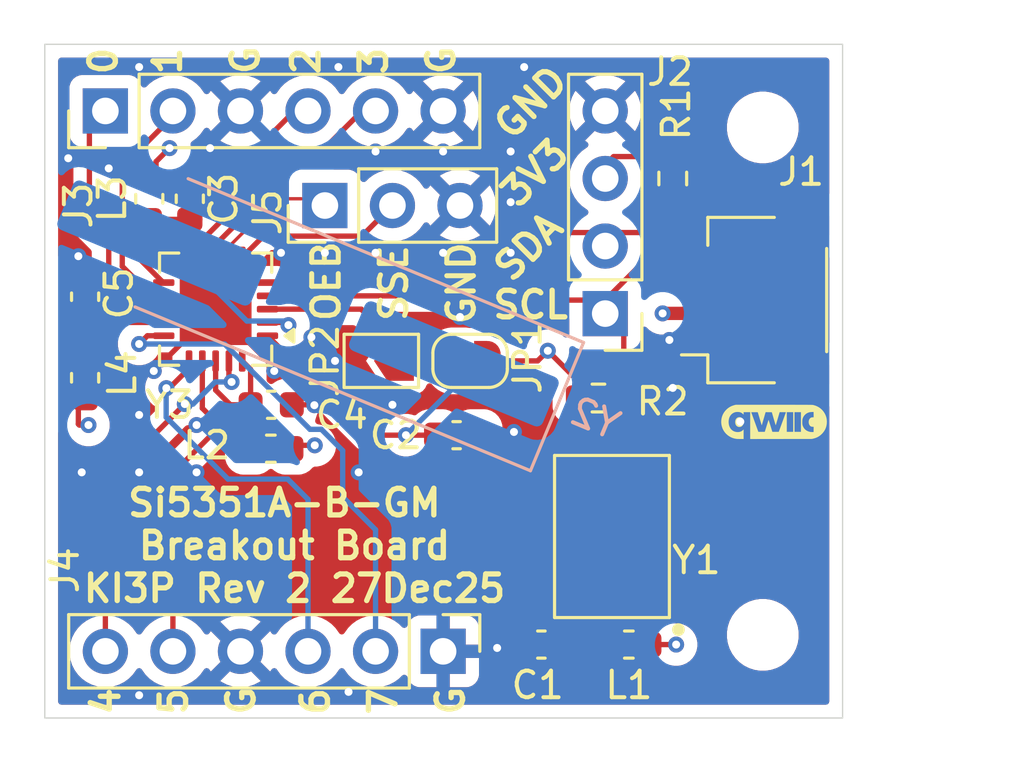
<source format=kicad_pcb>
(kicad_pcb (version 20241229) (generator "pcbnew") (generator_version "9.0")
  (layers (0 "F.Cu" signal) (4 "In1.Cu" signal) (6 "In2.Cu" signal) (2 "B.Cu" signal) (13 "F.Paste" user) (15 "B.Paste" user) (5 "F.SilkS" user "F.Silkscreen") (7 "B.SilkS" user "B.Silkscreen") (1 "F.Mask" user) (3 "B.Mask" user) (25 "Edge.Cuts" user))
  (net 0 "")
  (net 1 "Net-(Y1-VDD)")
  (net 2 "GND")
  (net 3 "Net-(Y3-XA)")
  (net 4 "Net-(Y1-OUT)")
  (net 5 "Net-(Y3-VDD)")
  (net 6 "+3V3")
  (net 7 "/SDA")
  (net 8 "/SCL")
  (net 9 "Net-(J5-Pin_2)")
  (net 10 "Net-(J5-Pin_1)")
  (net 11 "Net-(JP1-B)")
  (net 12 "Net-(Y3-XB)")
  (net 13 "Net-(Y3-VDDOA)")
  (net 14 "/CLK2")
  (net 15 "/CLK3")
  (net 16 "/1{slash}RX90")
  (net 17 "/0{slash}RX0")
  (net 18 "/6{slash}CW")
  (net 19 "/4{slash}TX90")
  (net 20 "/CLK7")
  (net 21 "Net-(Y3-VDDOD)")
  (net 22 "/5{slash}TX0")
  (footprint "Inductor_SMD:L_0603_1608Metric" (layer "F.Cu") (at 121.793 92.456 180)
    (property "Reference" "L2" (at 2.413 0.127 0) (layer "F.SilkS"))
    (property "Value" "FB")
    (pad "1" smd roundrect (at -0.787501 0 180) (size 0.875 0.95) (layers "F.Cu" "F.Mask" "F.Paste") (net 6 "+3V3"))
    (pad "2" smd roundrect (at 0.787501 0 180) (size 0.875 0.95) (layers "F.Cu" "F.Mask" "F.Paste") (net 5 "Net-(Y3-VDD)"))
  )
  (footprint "T41_Library:Oscillator_ECS_TXO53_S3" (layer "F.Cu") (at 134.62 95.758 90)
    (property "Reference" "Y1" (at -0.889 3.175 0) (layer "F.SilkS"))
    (property "Value" "ECS-TX053-S3")
    (pad "1" smd rect (at -2.25 1.3 90) (size 1 1) (layers "F.Cu" "F.Mask" "F.Paste") (net 2 "GND"))
    (pad "2" smd rect (at -0.600001 1.475 90) (size 0.6 0.65) (layers "F.Cu" "F.Mask" "F.Paste"))
    (pad "3" smd rect (at 0.600001 1.475 90) (size 0.6 0.65) (layers "F.Cu" "F.Mask" "F.Paste"))
    (pad "4" smd rect (at 2.25 1.3 90) (size 1 1) (layers "F.Cu" "F.Mask" "F.Paste") (net 2 "GND"))
    (pad "5" smd rect (at 2.25 0 90) (size 1 0.6) (layers "F.Cu" "F.Mask" "F.Paste"))
    (pad "6" smd rect (at 2.25 -1.3 90) (size 1 1) (layers "F.Cu" "F.Mask" "F.Paste") (net 4 "Net-(Y1-OUT)"))
    (pad "7" smd rect (at 0.600001 -1.475 90) (size 0.6 0.65) (layers "F.Cu" "F.Mask" "F.Paste"))
    (pad "8" smd rect (at -0.600001 -1.475 90) (size 0.6 0.65) (layers "F.Cu" "F.Mask" "F.Paste"))
    (pad "9" smd rect (at -2.25 -1.3 90) (size 1 1) (layers "F.Cu" "F.Mask" "F.Paste") (net 1 "Net-(Y1-VDD)"))
    (pad "10" smd rect (at -2.25 0 90) (size 1 0.6) (layers "F.Cu" "F.Mask" "F.Paste"))
  )
  (footprint "Jumper:SolderJumper-2_P1.3mm_Open_TrianglePad1.0x1.5mm" (layer "F.Cu") (at 125.946999 89.154 180)
    (property "Reference" "JP2" (at 2.121999 0 270) (layer "F.SilkS"))
    (property "Value" "SolderJumper_2_Open")
    (pad "1" smd custom (at -0.724999 0 180) (size 0.3 0.3) (layers "F.Cu" "F.Mask") (net 11 "Net-(JP1-B)") (options (clearance outline) (anchor rect)) (primitives (gr_poly (pts (xy 1 0) (xy 0.5 0.75) (xy -0.5 0.75) (xy -0.5 -0.75) (xy 0.5 -0.75)) (width 0) (fill yes))))
    (pad "2" smd custom (at 0.724999 0 180) (size 0.3 0.3) (layers "F.Cu" "F.Mask") (net 2 "GND") (options (clearance outline) (anchor rect)) (primitives (gr_poly (pts (xy 0.5 0.75) (xy -0.65 0.75) (xy -0.15 0) (xy -0.65 -0.75) (xy 0.5 -0.75)) (width 0) (fill yes))))
  )
  (footprint "Capacitor_SMD:C_0603_1608Metric" (layer "F.Cu") (at 121.806 90.805)
    (property "Reference" "C4" (at 2.654 0.381 0) (layer "F.SilkS"))
    (property "Value" "0.1uF 50V")
    (pad "1" smd roundrect (at -0.775 0) (size 0.9 0.95) (layers "F.Cu" "F.Mask" "F.Paste") (net 5 "Net-(Y3-VDD)"))
    (pad "2" smd roundrect (at 0.775 0) (size 0.9 0.95) (layers "F.Cu" "F.Mask" "F.Paste") (net 2 "GND"))
  )
  (footprint "Package_DFN_QFN:QFN-20-1EP_4x4mm_P0.5mm_EP2.7x2.7mm" (layer "F.Cu") (at 119.716 87.209 180)
    (property "Reference" "Y3" (at 1.733 -3.596 0) (layer "F.SilkS"))
    (property "Value" "Si5351A-B-GM")
    (pad "1" smd roundrect (at -1.95 -1 180) (size 0.8 0.25) (layers "F.Cu" "F.Mask" "F.Paste") (net 3 "Net-(Y3-XA)"))
    (pad "2" smd roundrect (at -1.95 -0.5 180) (size 0.8 0.25) (layers "F.Cu" "F.Mask" "F.Paste") (net 12 "Net-(Y3-XB)"))
    (pad "3" smd roundrect (at -1.95 0 180) (size 0.8 0.25) (layers "F.Cu" "F.Mask" "F.Paste") (net 11 "Net-(JP1-B)"))
    (pad "4" smd roundrect (at -1.95 0.5 180) (size 0.8 0.25) (layers "F.Cu" "F.Mask" "F.Paste") (net 8 "/SCL"))
    (pad "5" smd roundrect (at -1.95 1 180) (size 0.8 0.25) (layers "F.Cu" "F.Mask" "F.Paste") (net 7 "/SDA"))
    (pad "6" smd roundrect (at -1 1.95 180) (size 0.25 0.8) (layers "F.Cu" "F.Mask" "F.Paste") (net 9 "Net-(J5-Pin_2)"))
    (pad "7" smd roundrect (at -0.5 1.95 180) (size 0.25 0.8) (layers "F.Cu" "F.Mask" "F.Paste") (net 10 "Net-(J5-Pin_1)"))
    (pad "8" smd roundrect (at 0 1.95 180) (size 0.25 0.8) (layers "F.Cu" "F.Mask" "F.Paste") (net 15 "/CLK3"))
    (pad "9" smd roundrect (at 0.5 1.95 180) (size 0.25 0.8) (layers "F.Cu" "F.Mask" "F.Paste") (net 14 "/CLK2"))
    (pad "10" smd roundrect (at 1 1.95 180) (size 0.25 0.8) (layers "F.Cu" "F.Mask" "F.Paste") (net 13 "Net-(Y3-VDDOA)"))
    (pad "11" smd roundrect (at 1.95 1 180) (size 0.8 0.25) (layers "F.Cu" "F.Mask" "F.Paste") (net 13 "Net-(Y3-VDDOA)"))
    (pad "12" smd roundrect (at 1.95 0.5 180) (size 0.8 0.25) (layers "F.Cu" "F.Mask" "F.Paste") (net 16 "/1{slash}RX90"))
    (pad "13" smd roundrect (at 1.95 0 180) (size 0.8 0.25) (layers "F.Cu" "F.Mask" "F.Paste") (net 17 "/0{slash}RX0"))
    (pad "14" smd roundrect (at 1.95 -0.5 180) (size 0.8 0.25) (layers "F.Cu" "F.Mask" "F.Paste") (net 21 "Net-(Y3-VDDOD)"))
    (pad "15" smd roundrect (at 1.95 -1 180) (size 0.8 0.25) (layers "F.Cu" "F.Mask" "F.Paste") (net 20 "/CLK7"))
    (pad "16" smd roundrect (at 1 -1.95 180) (size 0.25 0.8) (layers "F.Cu" "F.Mask" "F.Paste") (net 18 "/6{slash}CW"))
    (pad "17" smd roundrect (at 0.5 -1.95 180) (size 0.25 0.8) (layers "F.Cu" "F.Mask" "F.Paste") (net 22 "/5{slash}TX0"))
    (pad "18" smd roundrect (at 0 -1.95 180) (size 0.25 0.8) (layers "F.Cu" "F.Mask" "F.Paste") (net 5 "Net-(Y3-VDD)"))
    (pad "19" smd roundrect (at -0.5 -1.95 180) (size 0.25 0.8) (layers "F.Cu" "F.Mask" "F.Paste") (net 19 "/4{slash}TX90"))
    (pad "20" smd roundrect (at -1 -1.95 180) (size 0.25 0.8) (layers "F.Cu" "F.Mask" "F.Paste") (net 5 "Net-(Y3-VDD)"))
    (pad "21" smd rect (at 0 0 180) (size 2.7 2.7) (property pad_prop_heatsink) (layers "F.Cu" "F.Mask") (net 2 "GND"))
  )
  (footprint "Capacitor_SMD:C_0603_1608Metric" (layer "F.Cu") (at 114.808 86.741 90)
    (property "Reference" "C5" (at 0.127 1.27 90) (layer "F.SilkS"))
    (property "Value" "0.1uF 50V")
    (pad "1" smd roundrect (at -0.775 0 90) (size 0.9 0.95) (layers "F.Cu" "F.Mask" "F.Paste") (net 21 "Net-(Y3-VDDOD)"))
    (pad "2" smd roundrect (at 0.775 0 90) (size 0.9 0.95) (layers "F.Cu" "F.Mask" "F.Paste") (net 2 "GND"))
  )
  (footprint "Inductor_SMD:L_0603_1608Metric" (layer "F.Cu") (at 114.808 89.789 90)
    (property "Reference" "L4" (at 0.1525 1.397 90) (layer "F.SilkS"))
    (property "Value" "FB")
    (pad "1" smd roundrect (at -0.787501 0 90) (size 0.875 0.95) (layers "F.Cu" "F.Mask" "F.Paste") (net 6 "+3V3"))
    (pad "2" smd roundrect (at 0.787501 0 90) (size 0.875 0.95) (layers "F.Cu" "F.Mask" "F.Paste") (net 21 "Net-(Y3-VDDOD)"))
  )
  (footprint "Inductor_SMD:L_0603_1608Metric" (layer "F.Cu") (at 135.255 99.822)
    (property "Reference" "L1" (at 0 1.524 0) (layer "F.SilkS"))
    (property "Value" "FB")
    (pad "1" smd roundrect (at -0.787501 0) (size 0.875 0.95) (layers "F.Cu" "F.Mask" "F.Paste") (net 1 "Net-(Y1-VDD)"))
    (pad "2" smd roundrect (at 0.787501 0) (size 0.875 0.95) (layers "F.Cu" "F.Mask" "F.Paste") (net 6 "+3V3"))
  )
  (footprint "Capacitor_SMD:C_0603_1608Metric" (layer "F.Cu") (at 131.966 99.822 180)
    (property "Reference" "C1" (at 0.14 -1.524 0) (layer "F.SilkS"))
    (property "Value" "0.1uF 50V")
    (pad "1" smd roundrect (at -0.775 0 180) (size 0.9 0.95) (layers "F.Cu" "F.Mask" "F.Paste") (net 1 "Net-(Y1-VDD)"))
    (pad "2" smd roundrect (at 0.775 0 180) (size 0.9 0.95) (layers "F.Cu" "F.Mask" "F.Paste") (net 2 "GND"))
  )
  (footprint "Resistor_SMD:R_0603_1608Metric" (layer "F.Cu") (at 136.906 82.296 -90)
    (property "Reference" "R1" (at -2.413 -0.127 90) (layer "F.SilkS"))
    (property "Value" "2k2")
    (pad "1" smd roundrect (at -0.825 0 270) (size 0.8 0.95) (layers "F.Cu" "F.Mask" "F.Paste") (net 6 "+3V3"))
    (pad "2" smd roundrect (at 0.825 0 270) (size 0.8 0.95) (layers "F.Cu" "F.Mask" "F.Paste") (net 7 "/SDA"))
  )
  (footprint "Connector_PinHeader_2.54mm:PinHeader_1x06_P2.54mm_Vertical" (layer "F.Cu") (at 115.57 79.756 90)
    (property "Reference" "J3" (at -3.556 -1.016 90) (layer "F.SilkS"))
    (property "Value" "pin header")
    (pad "1" thru_hole rect (at 0 0 90) (size 1.7 1.7) (drill 1) (layers "*.Cu" "*.Mask") (net 17 "/0{slash}RX0"))
    (pad "2" thru_hole circle (at 0 2.54 90) (size 1.7 1.7) (drill 1) (layers "*.Cu" "*.Mask") (net 16 "/1{slash}RX90"))
    (pad "3" thru_hole circle (at 0 5.08 90) (size 1.7 1.7) (drill 1) (layers "*.Cu" "*.Mask") (net 2 "GND"))
    (pad "4" thru_hole circle (at 0 7.62 90) (size 1.7 1.7) (drill 1) (layers "*.Cu" "*.Mask") (net 14 "/CLK2"))
    (pad "5" thru_hole circle (at 0 10.16 90) (size 1.7 1.7) (drill 1) (layers "*.Cu" "*.Mask") (net 15 "/CLK3"))
    (pad "6" thru_hole circle (at 0 12.7 90) (size 1.7 1.7) (drill 1) (layers "*.Cu" "*.Mask") (net 2 "GND"))
  )
  (footprint "MountingHole:MountingHole_2.2mm_M2_DIN965" (layer "F.Cu") (at 140.292 80.376)
    (property "Reference" "H1" (hide yes))
    (property "Value" "MountingHole")
    (pad "" np_thru_hole circle (at 0 0) (size 2.2 2.2) (drill 2.2) (layers "*.Cu" "*.Mask"))
  )
  (footprint "Connector_PinHeader_2.54mm:PinHeader_1x06_P2.54mm_Vertical" (layer "F.Cu") (at 128.27 100.076 -90)
    (property "Reference" "J4" (at -3.048 14.224 90) (layer "F.SilkS"))
    (property "Value" "pin header")
    (pad "1" thru_hole rect (at 0 0 270) (size 1.7 1.7) (drill 1) (layers "*.Cu" "*.Mask") (net 2 "GND"))
    (pad "2" thru_hole circle (at 0 2.54 270) (size 1.7 1.7) (drill 1) (layers "*.Cu" "*.Mask") (net 20 "/CLK7"))
    (pad "3" thru_hole circle (at 0 5.08 270) (size 1.7 1.7) (drill 1) (layers "*.Cu" "*.Mask") (net 18 "/6{slash}CW"))
    (pad "4" thru_hole circle (at 0 7.62 270) (size 1.7 1.7) (drill 1) (layers "*.Cu" "*.Mask") (net 2 "GND"))
    (pad "5" thru_hole circle (at 0 10.16 270) (size 1.7 1.7) (drill 1) (layers "*.Cu" "*.Mask") (net 22 "/5{slash}TX0"))
    (pad "6" thru_hole circle (at 0 12.7 270) (size 1.7 1.7) (drill 1) (layers "*.Cu" "*.Mask") (net 19 "/4{slash}TX90"))
  )
  (footprint "SparkFun-Qwiic:qwiic_4mm" (layer "F.Cu") (at 140.716 91.44)
    (property "Reference" "G1" (hide yes))
    (property "Value" "qwiic_Logo" (hide yes))
  )
  (footprint "Resistor_SMD:R_0603_1608Metric" (layer "F.Cu") (at 134.112 90.551)
    (property "Reference" "R2" (at 2.413 0.127 0) (layer "F.SilkS"))
    (property "Value" "2k2")
    (pad "1" smd roundrect (at -0.825 0) (size 0.8 0.95) (layers "F.Cu" "F.Mask" "F.Paste") (net 6 "+3V3"))
    (pad "2" smd roundrect (at 0.825 0) (size 0.8 0.95) (layers "F.Cu" "F.Mask" "F.Paste") (net 8 "/SCL"))
  )
  (footprint "Inductor_SMD:L_0603_1608Metric" (layer "F.Cu") (at 117.221 83.058 -90)
    (property "Reference" "L3" (at 0 1.397 90) (layer "F.SilkS"))
    (property "Value" "FB")
    (pad "1" smd roundrect (at -0.787501 0 270) (size 0.875 0.95) (layers "F.Cu" "F.Mask" "F.Paste") (net 6 "+3V3"))
    (pad "2" smd roundrect (at 0.787501 0 270) (size 0.875 0.95) (layers "F.Cu" "F.Mask" "F.Paste") (net 13 "Net-(Y3-VDDOA)"))
  )
  (footprint "Connector_PinHeader_2.54mm:PinHeader_1x03_P2.54mm_Vertical" (layer "F.Cu") (at 123.825001 83.312 90)
    (property "Reference" "J5" (at -0.254 -2.159001 270) (layer "F.SilkS"))
    (property "Value" "OEBSSEN")
    (pad "1" thru_hole rect (at 0 0 90) (size 1.7 1.7) (drill 1) (layers "*.Cu" "*.Mask") (net 10 "Net-(J5-Pin_1)"))
    (pad "2" thru_hole circle (at 0 2.54 90) (size 1.7 1.7) (drill 1) (layers "*.Cu" "*.Mask") (net 9 "Net-(J5-Pin_2)"))
    (pad "3" thru_hole circle (at 0 5.079999 90) (size 1.7 1.7) (drill 1) (layers "*.Cu" "*.Mask") (net 2 "GND"))
  )
  (footprint "Capacitor_SMD:C_0603_1608Metric" (layer "F.Cu") (at 128.778 91.948)
    (property "Reference" "C2" (at -2.286 0 180) (layer "F.SilkS"))
    (property "Value" "0.1uF 50V")
    (pad "1" smd roundrect (at -0.775 0) (size 0.9 0.95) (layers "F.Cu" "F.Mask" "F.Paste") (net 3 "Net-(Y3-XA)"))
    (pad "2" smd roundrect (at 0.775 0) (size 0.9 0.95) (layers "F.Cu" "F.Mask" "F.Paste") (net 4 "Net-(Y1-OUT)"))
  )
  (footprint "MountingHole:MountingHole_2.2mm_M2_DIN965" (layer "F.Cu") (at 140.292 99.456)
    (property "Reference" "H2" (hide yes))
    (property "Value" "MountingHole")
    (pad "" np_thru_hole circle (at 0 0) (size 2.2 2.2) (drill 2.2) (layers "*.Cu" "*.Mask"))
  )
  (footprint "Jumper:SolderJumper-2_P1.3mm_Bridged_RoundedPad1.0x1.5mm" (layer "F.Cu") (at 129.286 89.154 180)
    (property "Reference" "JP1" (at -2.159 0.127 90) (layer "F.SilkS"))
    (property "Value" "GND select")
    (fp_poly (pts (xy 0.25 -0.3) (xy -0.25 -0.3) (xy -0.25 0.3) (xy 0.25 0.3)) (fill yes) (layer "F.Cu"))
    (pad "1" smd custom (at -0.649999 0 180) (size 1 0.5) (layers "F.Cu" "F.Mask") (net 6 "+3V3") (options (clearance outline) (anchor rect)) (primitives (gr_circle (center 0 0.25) (end 0.5 0.25) (width 0) (fill yes)) (gr_circle (center 0 -0.25) (end 0.5 -0.25) (width 0) (fill yes)) (gr_poly (pts (xy 0.5 0.75) (xy 0 0.75) (xy 0 -0.75) (xy 0.5 -0.75)) (width 0) (fill yes))))
    (pad "2" smd custom (at 0.649999 0 180) (size 1 0.5) (layers "F.Cu" "F.Mask") (net 11 "Net-(JP1-B)") (options (clearance outline) (anchor rect)) (primitives (gr_circle (center 0 0.25) (end 0.5 0.25) (width 0) (fill yes)) (gr_circle (center 0 -0.25) (end 0.5 -0.25) (width 0) (fill yes)) (gr_poly (pts (xy 0 0.75) (xy -0.5 0.75) (xy -0.5 -0.75) (xy 0 -0.75)) (width 0) (fill yes))))
  )
  (footprint "Connector_JST:JST_SH_SM04B-SRSS-TB_1x04-1MP_P1.00mm_Horizontal" (layer "F.Cu") (at 140.009 86.868 90)
    (property "Reference" "J1" (at 4.826 1.723 180) (layer "F.SilkS"))
    (property "Value" "qwiic")
    (pad "1" smd roundrect (at -1.5 -2 90) (size 0.6 1.55) (layers "F.Cu" "F.Mask" "F.Paste") (net 2 "GND"))
    (pad "2" smd roundrect (at -0.5 -2 90) (size 0.6 1.55) (layers "F.Cu" "F.Mask" "F.Paste") (net 6 "+3V3"))
    (pad "3" smd roundrect (at 0.5 -2 90) (size 0.6 1.55) (layers "F.Cu" "F.Mask" "F.Paste") (net 7 "/SDA"))
    (pad "4" smd roundrect (at 1.5 -2 90) (size 0.6 1.55) (layers "F.Cu" "F.Mask" "F.Paste") (net 8 "/SCL"))
    (pad "MP" smd roundrect (at -2.8 1.875 90) (size 1.2 1.8) (layers "F.Cu" "F.Mask" "F.Paste") (roundrect_rratio 0.208333))
    (pad "MP" smd roundrect (at 2.8 1.875 90) (size 1.2 1.8) (layers "F.Cu" "F.Mask" "F.Paste") (roundrect_rratio 0.208333))
  )
  (footprint "Capacitor_SMD:C_0603_1608Metric" (layer "F.Cu") (at 118.745 83.058 90)
    (property "Reference" "C3" (at 0 1.27 90) (layer "F.SilkS"))
    (property "Value" "0.1uF 50V")
    (pad "1" smd roundrect (at -0.775 0 90) (size 0.9 0.95) (layers "F.Cu" "F.Mask" "F.Paste") (net 13 "Net-(Y3-VDDOA)"))
    (pad "2" smd roundrect (at 0.775 0 90) (size 0.9 0.95) (layers "F.Cu" "F.Mask" "F.Paste") (net 2 "GND"))
  )
  (footprint "Connector_PinHeader_2.54mm:PinHeader_1x04_P2.54mm_Vertical" (layer "F.Cu") (at 134.366 87.376 180)
    (property "Reference" "J2" (at -2.4384 9.0932 180) (layer "F.SilkS"))
    (property "Value" "pin header")
    (pad "1" thru_hole rect (at 0 0 180) (size 1.7 1.7) (drill 1) (layers "*.Cu" "*.Mask") (net 8 "/SCL"))
    (pad "2" thru_hole circle (at 0 2.54 180) (size 1.7 1.7) (drill 1) (layers "*.Cu" "*.Mask") (net 7 "/SDA"))
    (pad "3" thru_hole circle (at 0 5.08 180) (size 1.7 1.7) (drill 1) (layers "*.Cu" "*.Mask") (net 6 "+3V3"))
    (pad "4" thru_hole circle (at 0 7.62 180) (size 1.7 1.7) (drill 1) (layers "*.Cu" "*.Mask") (net 2 "GND"))
  )
  (footprint "Crystal:Crystal_SMD_HC49-SD_HandSoldering" (layer "B.Cu") (at 123.19 86.995 157.5)
    (property "Reference" "Y2" (at -11.625707 0.141756 157.5) (layer "B.SilkS") (effects (justify mirror)))
    (property "Value" "25MHz")
    (pad "1" smd roundrect (at -5.937502 -0.000001 157.5) (size 7.875 2) (layers "B.Cu" "B.Mask" "B.Paste") (roundrect_rratio 0.125) (net 3 "Net-(Y3-XA)"))
    (pad "2" smd roundrect (at 5.937502 0.000001 157.5) (size 7.875 2) (layers "B.Cu" "B.Mask" "B.Paste") (roundrect_rratio 0.125) (net 12 "Net-(Y3-XB)"))
  )
  (gr_rect (start 113.292 77.249) (end 143.292 102.583) (stroke (width 0.05)) (fill no) (layer "Edge.Cuts"))
  (gr_text "1" (at 118.491 78.486 90) (layer "F.SilkS") (effects (font (size 1 1) (thickness 0.2) (bold yes)) (justify left bottom)))
  (gr_text "SCL" (at 130.048 87.63 0) (layer "F.SilkS") (effects (font (size 1 1) (thickness 0.2) (bold yes)) (justify left bottom)))
  (gr_text "G" (at 121.2596 102.5652 90) (layer "F.SilkS") (effects (font (size 1 1) (thickness 0.2) (bold yes)) (justify left bottom)))
  (gr_text "3V3" (at 131.064 83.566 45) (layer "F.SilkS") (effects (font (size 1 1) (thickness 0.2) (bold yes)) (justify left bottom)))
  (gr_text "OEB" (at 124.46 87.757 90) (layer "F.SilkS") (effects (font (size 1 1) (thickness 0.1875) (bold yes)) (justify left bottom)))
  (gr_text "3" (at 126.238 78.486 90) (layer "F.SilkS") (effects (font (size 1 1) (thickness 0.2) (bold yes)) (justify left bottom)))
  (gr_text "GND" (at 129.54 87.884 90) (layer "F.SilkS") (effects (font (size 1 1) (thickness 0.1875) (bold yes)) (justify left bottom)))
  (gr_text "7" (at 126.5936 102.5652 90) (layer "F.SilkS") (effects (font (size 1 1) (thickness 0.2) (bold yes)) (justify left bottom)))
  (gr_text "5" (at 118.7196 102.5652 90) (layer "F.SilkS") (effects (font (size 1 1) (thickness 0.2) (bold yes)) (justify left bottom)))
  (gr_text "0" (at 116.078 78.486 90) (layer "F.SilkS") (effects (font (size 1 1) (thickness 0.2) (bold yes)) (justify left bottom)))
  (gr_text "Si5351A-B-GM \nBreakout Board\nKI3P Rev 2 27Dec25" (at 122.682 98.298 0) (layer "F.SilkS") (effects (font (size 1 1) (thickness 0.2) (bold yes)) (justify bottom)))
  (gr_text "2" (at 123.698 78.486 90) (layer "F.SilkS") (effects (font (size 1 1) (thickness 0.2) (bold yes)) (justify left bottom)))
  (gr_text "6" (at 124.0536 102.5652 90) (layer "F.SilkS") (effects (font (size 1 1) (thickness 0.2) (bold yes)) (justify left bottom)))
  (gr_text "SSE" (at 127 87.757 90) (layer "F.SilkS") (effects (font (size 1 1) (thickness 0.1875) (bold yes)) (justify left bottom)))
  (gr_text "G" (at 121.418679 78.479319 90) (layer "F.SilkS") (effects (font (size 1 1) (thickness 0.2) (bold yes)) (justify left bottom)))
  (gr_text "G" (at 129.1336 102.5652 90) (layer "F.SilkS") (effects (font (size 1 1) (thickness 0.2) (bold yes)) (justify left bottom)))
  (gr_text "G" (at 128.778 78.486 90) (layer "F.SilkS") (effects (font (size 1 1) (thickness 0.2) (bold yes)) (justify left bottom)))
  (gr_text "4" (at 116.1796 102.5652 90) (layer "F.SilkS") (effects (font (size 1 1) (thickness 0.2) (bold yes)) (justify left bottom)))
  (gr_text "GND" (at 130.81 81.026 45) (layer "F.SilkS") (effects (font (size 1 1) (thickness 0.2) (bold yes)) (justify left bottom)))
  (gr_text "SDA" (at 130.81 86.36 45) (layer "F.SilkS") (effects (font (size 1 1) (thickness 0.2) (bold yes)) (justify left bottom)))
  (segment (start 133.32 99.243) (end 132.741 99.822) (width 0.2) (layer "F.Cu") (net 1))
  (segment (start 133.32 98.008) (end 133.32 99.243) (width 0.2) (layer "F.Cu") (net 1))
  (segment (start 134.467499 99.822) (end 132.741 99.822) (width 0.2) (layer "F.Cu") (net 1))
  (segment (start 117.475 85.09) (end 117.597 85.09) (width 0.2) (layer "F.Cu") (net 2))
  (segment (start 114.554 85.217) (end 114.808 85.471) (width 0.2) (layer "F.Cu") (net 2))
  (segment (start 125.080001 89.154) (end 124.206 89.154) (width 0.2) (layer "F.Cu") (net 2))
  (segment (start 114.808 85.471) (end 114.808 85.966) (width 0.2) (layer "F.Cu") (net 2))
  (segment (start 121.92 89.413) (end 120.772 88.265) (width 0.2) (layer "F.Cu") (net 2))
  (segment (start 118.999 81.407) (end 118.999 82.156) (width 0.2) (layer "F.Cu") (net 2))
  (segment (start 117.39 89.535) (end 119.716 87.209) (width 0.2) (layer "F.Cu") (net 2))
  (segment (start 120.772 88.265) (end 120.65 88.265) (width 0.2) (layer "F.Cu") (net 2))
  (segment (start 136.779 88.368) (end 138.509 88.368) (width 0.5) (layer "F.Cu") (net 2))
  (segment (start 131.191 99.822) (end 130.429 99.822) (width 0.2) (layer "F.Cu") (net 2))
  (segment (start 121.92 89.535) (end 121.92 89.413) (width 0.2) (layer "F.Cu") (net 2))
  (segment (start 119.507 81.153) (end 119.253 81.153) (width 0.2) (layer "F.Cu") (net 2))
  (segment (start 121.835 85.09) (end 119.716 87.209) (width 0.2) (layer "F.Cu") (net 2))
  (segment (start 122.174 85.09) (end 121.835 85.09) (width 0.2) (layer "F.Cu") (net 2))
  (segment (start 123.41347 90.805) (end 123.428735 90.820265) (width 0.2) (layer "F.Cu") (net 2))
  (segment (start 117.597 85.09) (end 119.716 87.209) (width 0.2) (layer "F.Cu") (net 2))
  (segment (start 119.253 81.153) (end 118.999 81.407) (width 0.2) (layer "F.Cu") (net 2))
  (segment (start 122.581 90.805) (end 123.41347 90.805) (width 0.2) (layer "F.Cu") (net 2))
  (segment (start 130.429 99.822) (end 130.302 99.949) (width 0.2) (layer "F.Cu") (net 2))
  (via (at 124.714 101.6) (size 0.6) (drill 0.3) (layers "F.Cu" "B.Cu") (net 2))
  (via (at 130.81 85.09) (size 0.6) (drill 0.3) (layers "F.Cu" "B.Cu") (net 2))
  (via (at 128.905 87.503) (size 0.6) (drill 0.3) (layers "F.Cu" "B.Cu") (net 2))
  (via (at 117.39 89.535) (size 0.6) (drill 0.3) (layers "F.Cu" "B.Cu") (net 2))
  (via (at 121.92 89.535) (size 0.6) (drill 0.3) (layers "F.Cu" "B.Cu") (net 2))
  (via (at 118.999 91.567) (size 0.6) (drill 0.3) (layers "F.Cu" "B.Cu") (net 2))
  (via (at 125.095 93.345) (size 0.6) (drill 0.3) (layers "F.Cu" "B.Cu") (net 2))
  (via (at 130.81 81.28) (size 0.6) (drill 0.3) (layers "F.Cu" "B.Cu") (net 2))
  (via (at 116.84 91.186) (size 0.6) (drill 0.3) (layers "F.Cu" "B.Cu") (net 2))
  (via (at 139.446 91.44) (size 0.6) (drill 0.3) (layers "F.Cu" "B.Cu") (net 2))
  (via (at 123.317 88.265) (size 0.6) (drill 0.3) (layers "F.Cu" "B.Cu") (net 2))
  (via (at 119.507 81.153) (size 0.6) (drill 0.3) (layers "F.Cu" "B.Cu") (net 2))
  (via (at 136.779 88.368) (size 0.6) (drill 0.3) (layers "F.Cu" "B.Cu") (net 2))
  (via (at 114.554 85.217) (size 0.6) (drill 0.3) (layers "F.Cu" "B.Cu") (net 2))
  (via (at 114.681 93.345) (size 0.6) (drill 0.3) (layers "F.Cu" "B.Cu") (net 2))
  (via (at 126.365 90.805) (size 0.6) (drill 0.3) (layers "F.Cu" "B.Cu") (net 2))
  (via (at 116.84 93.345) (size 0.6) (drill 0.3) (layers "F.Cu" "B.Cu") (net 2))
  (via (at 125.73 85.09) (size 0.6) (drill 0.3) (layers "F.Cu" "B.Cu") (net 2))
  (via (at 114.173 81.534) (size 0.6) (drill 0.3) (layers "F.Cu" "B.Cu") (net 2))
  (via (at 130.81 83.185) (size 0.6) (drill 0.3) (layers "F.Cu" "B.Cu") (net 2))
  (via (at 122.174 85.09) (size 0.6) (drill 0.3) (layers "F.Cu" "B.Cu") (net 2))
  (via (at 130.302 99.949) (size 0.6) (drill 0.3) (layers "F.Cu" "B.Cu") (net 2))
  (via (at 115.697 81.915) (size 0.6) (drill 0.3) (layers "F.Cu" "B.Cu") (net 2))
  (via (at 125.73 81.28) (size 0.6) (drill 0.3) (layers "F.Cu" "B.Cu") (net 2))
  (via (at 124.333 78.105) (size 0.6) (drill 0.3) (layers "F.Cu" "B.Cu") (net 2))
  (via (at 130.934701 91.82655) (size 0.6) (drill 0.3) (layers "F.Cu" "B.Cu") (net 2))
  (via (at 123.428735 90.820265) (size 0.6) (drill 0.3) (layers "F.Cu" "B.Cu") (net 2))
  (via (at 128.27 81.28) (size 0.6) (drill 0.3) (layers "F.Cu" "B.Cu") (net 2))
  (via (at 116.84 78.105) (size 0.6) (drill 0.3) (layers "F.Cu" "B.Cu") (net 2))
  (via (at 118.999 93.345) (size 0.6) (drill 0.3) (layers "F.Cu" "B.Cu") (net 2))
  (via (at 123.825 85.09) (size 0.6) (drill 0.3) (layers "F.Cu" "B.Cu") (net 2))
  (via (at 124.206 89.154) (size 0.6) (drill 0.3) (layers "F.Cu" "B.Cu") (net 2))
  (via (at 116.84 101.727) (size 0.6) (drill 0.3) (layers "F.Cu" "B.Cu") (net 2))
  (via (at 131.318 78.105) (size 0.6) (drill 0.3) (layers "F.Cu" "B.Cu") (net 2))
  (via (at 136.906 90.17) (size 0.6) (drill 0.3) (layers "F.Cu" "B.Cu") (net 2))
  (via (at 128.27 85.09) (size 0.6) (drill 0.3) (layers "F.Cu" "B.Cu") (net 2))
  (segment (start 121.666 88.209) (end 125.405 91.948) (width 0.2) (layer "F.Cu") (net 3))
  (segment (start 125.405 91.948) (end 126.873 91.948) (width 0.2) (layer "F.Cu") (net 3))
  (segment (start 126.873 91.948) (end 128.003 91.948) (width 0.2) (layer "F.Cu") (net 3))
  (via (at 126.873 91.948) (size 0.6) (drill 0.3) (layers "F.Cu" "B.Cu") (net 3))
  (segment (start 128.675536 89.267184) (end 128.675536 90.145464) (width 0.2) (layer "B.Cu") (net 3))
  (segment (start 128.675536 90.145464) (end 126.873 91.948) (width 0.2) (layer "B.Cu") (net 3))
  (segment (start 131.113 93.508) (end 133.32 93.508) (width 0.2) (layer "F.Cu") (net 4))
  (segment (start 129.553 91.948) (end 131.113 93.508) (width 0.2) (layer "F.Cu") (net 4))
  (segment (start 129.553 91.948) (end 129.673 91.948) (width 0.2) (layer "F.Cu") (net 4))
  (segment (start 120.716 89.159) (end 121.031 89.474) (width 0.2) (layer "F.Cu") (net 5))
  (segment (start 120.269 90.805) (end 121.031 90.805) (width 0.2) (layer "F.Cu") (net 5))
  (segment (start 119.716 89.159) (end 119.716 90.252) (width 0.2) (layer "F.Cu") (net 5))
  (segment (start 121.031 89.474) (end 121.031 90.805) (width 0.2) (layer "F.Cu") (net 5))
  (segment (start 119.716 90.252) (end 120.269 90.805) (width 0.2) (layer "F.Cu") (net 5))
  (segment (start 121.005499 92.329) (end 121.005499 90.830501) (width 0.2) (layer "F.Cu") (net 5))
  (segment (start 121.005499 90.830501) (end 121.031 90.805) (width 0.2) (layer "F.Cu") (net 5))
  (segment (start 136.906 81.471) (end 134.683 81.471) (width 0.2) (layer "F.Cu") (net 6))
  (segment (start 136.042501 99.822) (end 137.033 99.822) (width 0.2) (layer "F.Cu") (net 6))
  (segment (start 114.592 91.567) (end 114.554 91.529) (width 0.2) (layer "F.Cu") (net 6))
  (segment (start 134.683 81.471) (end 134.366 81.788) (width 0.2) (layer "F.Cu") (net 6))
  (segment (start 131.826 89.154) (end 132.207 88.773) (width 0.2) (layer "F.Cu") (net 6))
  (segment (start 136.525 87.368) (end 138.509 87.368) (width 0.5) (layer "F.Cu") (net 6))
  (segment (start 133.287 89.853) (end 133.287 90.551) (width 0.2) (layer "F.Cu") (net 6))
  (segment (start 114.935 91.567) (end 114.592 91.567) (width 0.2) (layer "F.Cu") (net 6))
  (segment (start 132.207 88.773) (end 133.287 89.853) (width 0.2) (layer "F.Cu") (net 6))
  (segment (start 122.580501 92.329) (end 123.444 92.329) (width 0.2) (layer "F.Cu") (net 6))
  (segment (start 117.475 82.143499) (end 117.475 81.661) (width 0.2) (layer "F.Cu") (net 6))
  (segment (start 117.475 81.661) (end 117.983 81.153) (width 0.2) (layer "F.Cu") (net 6))
  (segment (start 114.554 91.529) (end 114.554 90.576501) (width 0.2) (layer "F.Cu") (net 6))
  (segment (start 130.010999 89.154) (end 131.826 89.154) (width 0.2) (layer "F.Cu") (net 6))
  (via (at 132.207 88.773) (size 0.6) (drill 0.3) (layers "F.Cu" "B.Cu") (net 6))
  (via (at 117.983 81.153) (size 0.6) (drill 0.3) (layers "F.Cu" "B.Cu") (net 6))
  (via (at 136.525 87.368) (size 0.6) (drill 0.3) (layers "F.Cu" "B.Cu") (net 6))
  (via (at 114.935 91.567) (size 0.6) (drill 0.3) (layers "F.Cu" "B.Cu") (net 6))
  (via (at 137.033 99.822) (size 0.6) (drill 0.3) (layers "F.Cu" "B.Cu") (net 6))
  (via (at 123.444 92.329) (size 0.6) (drill 0.3) (layers "F.Cu" "B.Cu") (net 6))
  (segment (start 121.666 86.209) (end 130.707 86.209) (width 0.2) (layer "F.Cu") (net 7))
  (segment (start 138.009 86.368) (end 138.783999 86.368) (width 0.2) (layer "F.Cu") (net 7))
  (segment (start 132.588 84.328) (end 130.707 86.209) (width 0.2) (layer "F.Cu") (net 7))
  (segment (start 136.906 84.074) (end 137.16 84.328) (width 0.2) (layer "F.Cu") (net 7))
  (segment (start 139.192 84.328) (end 137.16 84.328) (width 0.2) (layer "F.Cu") (net 7))
  (segment (start 138.783999 86.368) (end 139.7 85.451999) (width 0.2) (layer "F.Cu") (net 7))
  (segment (start 139.7 85.451999) (end 139.7 84.836) (width 0.2) (layer "F.Cu") (net 7))
  (segment (start 136.906 83.121) (end 136.906 84.074) (width 0.2) (layer "F.Cu") (net 7))
  (segment (start 134.366 84.328) (end 132.588 84.328) (width 0.2) (layer "F.Cu") (net 7))
  (segment (start 137.16 84.328) (end 134.366 84.328) (width 0.2) (layer "F.Cu") (net 7))
  (segment (start 139.7 84.836) (end 139.192 84.328) (width 0.2) (layer "F.Cu") (net 7))
  (segment (start 135.064 87.566) (end 134.366 86.868) (width 0.2) (layer "F.Cu") (net 8))
  (segment (start 131.35 86.709) (end 131.509 86.868) (width 0.2) (layer "F.Cu") (net 8))
  (segment (start 135.064 89.408) (end 135.064 87.566) (width 0.2) (layer "F.Cu") (net 8))
  (segment (start 131.509 86.868) (end 134.366 86.868) (width 0.2) (layer "F.Cu") (net 8))
  (segment (start 138.009 85.368) (end 135.866 85.368) (width 0.2) (layer "F.Cu") (net 8))
  (segment (start 135.866 85.368) (end 134.366 86.868) (width 0.2) (layer "F.Cu") (net 8))
  (segment (start 134.937 89.535) (end 135.064 89.408) (width 0.2) (layer "F.Cu") (net 8))
  (segment (start 131.35 86.709) (end 121.666 86.709) (width 0.2) (layer "F.Cu") (net 8))
  (segment (start 134.937 90.551) (end 134.937 89.535) (width 0.2) (layer "F.Cu") (net 8))
  (segment (start 135.064 89.535) (end 135.064 89.408) (width 0.2) (layer "F.Cu") (net 8))
  (segment (start 121.512 84.463) (end 125.214001 84.463) (width 0.2) (layer "F.Cu") (net 9))
  (segment (start 120.716 85.259) (end 121.512 84.463) (width 0.2) (layer "F.Cu") (net 9))
  (segment (start 125.214001 84.463) (end 126.365001 83.312) (width 0.2) (layer "F.Cu") (net 9))
  (segment (start 120.216 85.259) (end 120.216 84.859001) (width 0.125) (layer "F.Cu") (net 10))
  (segment (start 122.017001 83.058) (end 122.936 83.058) (width 0.125) (layer "F.Cu") (net 10))
  (segment (start 120.216 84.859001) (end 122.017001 83.058) (width 0.125) (layer "F.Cu") (net 10))
  (segment (start 125.189999 87.209) (end 126.379999 88.399) (width 0.2) (layer "F.Cu") (net 11))
  (segment (start 126.379999 88.399) (end 126.379999 89.154) (width 0.2) (layer "F.Cu") (net 11))
  (segment (start 128.561001 89.154) (end 126.379999 89.154) (width 0.2) (layer "F.Cu") (net 11))
  (segment (start 121.666 87.209) (end 125.189999 87.209) (width 0.2) (layer "F.Cu") (net 11))
  (segment (start 121.666 87.709) (end 122.354119 87.709) (width 0.2) (layer "F.Cu") (net 12))
  (segment (start 122.354119 87.709) (end 122.454119 87.809) (width 0.2) (layer "F.Cu") (net 12))
  (via (at 122.454119 87.809) (size 0.6) (drill 0.3) (layers "F.Cu" "B.Cu") (net 12))
  (segment (start 120.890824 87.655881) (end 117.831111 84.596168) (width 0.2) (layer "B.Cu") (net 12))
  (segment (start 122.454119 87.809) (end 122.301 87.655881) (width 0.2) (layer "B.Cu") (net 12))
  (segment (start 122.301 87.655881) (end 120.890824 87.655881) (width 0.2) (layer "B.Cu") (net 12))
  (segment (start 119.126 83.833) (end 117.614501 83.833) (width 0.2) (layer "F.Cu") (net 13))
  (segment (start 116.86 84.333501) (end 116.86 85.324943) (width 0.2) (layer "F.Cu") (net 13))
  (segment (start 117.475 83.718501) (end 116.86 84.333501) (width 0.2) (layer "F.Cu") (net 13))
  (segment (start 117.614501 83.833) (end 117.602 83.845501) (width 0.2) (layer "F.Cu") (net 13))
  (segment (start 118.716 84.959501) (end 117.602 83.845501) (width 0.2) (layer "F.Cu") (net 13))
  (segment (start 118.716 85.259) (end 118.716 84.959501) (width 0.2) (layer "F.Cu") (net 13))
  (segment (start 116.86 85.324943) (end 117.744057 86.209) (width 0.2) (layer "F.Cu") (net 13))
  (segment (start 117.744057 86.209) (end 117.766 86.209) (width 0.2) (layer "F.Cu") (net 13))
  (segment (start 119.216 85.259) (end 119.216 84.603055) (width 0.2) (layer "F.Cu") (net 14))
  (segment (start 120.649999 83.169056) (end 120.649999 81.788001) (width 0.2) (layer "F.Cu") (net 14))
  (segment (start 120.649999 81.788001) (end 123.19 79.248) (width 0.2) (layer "F.Cu") (net 14))
  (segment (start 119.216 84.603055) (end 120.649999 83.169056) (width 0.2) (layer "F.Cu") (net 14))
  (segment (start 122.086057 81.534) (end 123.444 81.534) (width 0.2) (layer "F.Cu") (net 15))
  (segment (start 121.158 82.462057) (end 122.086057 81.534) (width 0.2) (layer "F.Cu") (net 15))
  (segment (start 119.716 85.259) (end 119.716 84.78121) (width 0.2) (layer "F.Cu") (net 15))
  (segment (start 119.716 84.78121) (end 121.158 83.33921) (width 0.2) (layer "F.Cu") (net 15))
  (segment (start 121.158 83.33921) (end 121.158 82.462057) (width 0.2) (layer "F.Cu") (net 15))
  (segment (start 123.444 81.534) (end 125.73 79.248) (width 0.2) (layer "F.Cu") (net 15))
  (segment (start 116.298 82.163943) (end 116.205 82.256943) (width 0.2) (layer "F.Cu") (net 16))
  (segment (start 116.205 82.256943) (end 116.205 85.598) (width 0.2) (layer "F.Cu") (net 16))
  (segment (start 118.11 79.9592) (end 116.298 81.7712) (width 0.2) (layer "F.Cu") (net 16))
  (segment (start 118.11 79.248) (end 118.11 79.9592) (width 0.2) (layer "F.Cu") (net 16))
  (segment (start 116.205 85.598) (end 117.316 86.709) (width 0.2) (layer "F.Cu") (net 16))
  (segment (start 117.316 86.709) (end 117.766 86.709) (width 0.2) (layer "F.Cu") (net 16))
  (segment (start 116.298 81.7712) (end 116.298 82.163943) (width 0.2) (layer "F.Cu") (net 16))
  (segment (start 116.8 87.209) (end 115.697 86.106) (width 0.2) (layer "F.Cu") (net 17))
  (segment (start 117.766 87.209) (end 116.8 87.209) (width 0.2) (layer "F.Cu") (net 17))
  (segment (start 114.969 79.849) (end 115.57 79.248) (width 0.2) (layer "F.Cu") (net 17))
  (segment (start 114.969 84.068943) (end 114.969 79.849) (width 0.2) (layer "F.Cu") (net 17))
  (segment (start 115.697 84.796943) (end 114.969 84.068943) (width 0.2) (layer "F.Cu") (net 17))
  (segment (start 115.697 86.106) (end 115.697 84.796943) (width 0.2) (layer "F.Cu") (net 17))
  (segment (start 118.716 89.437) (end 118.716 89.159) (width 0.2) (layer "F.Cu") (net 18))
  (segment (start 117.973035 90.179965) (end 118.716 89.437) (width 0.2) (layer "F.Cu") (net 18))
  (segment (start 117.863313 90.179965) (end 117.973035 90.179965) (width 0.2) (layer "F.Cu") (net 18))
  (via (at 117.863313 90.179965) (size 0.6) (drill 0.3) (layers "F.Cu" "B.Cu") (net 18))
  (segment (start 123.19 94.361) (end 123.19 100.076) (width 0.2) (layer "B.Cu") (net 18))
  (segment (start 117.856 90.187278) (end 117.856 91.273943) (width 0.2) (layer "B.Cu") (net 18))
  (segment (start 120.181057 93.599) (end 122.428 93.599) (width 0.2) (layer "B.Cu") (net 18))
  (segment (start 122.428 93.599) (end 123.19 94.361) (width 0.2) (layer "B.Cu") (net 18))
  (segment (start 117.856 91.273943) (end 120.181057 93.599) (width 0.2) (layer "B.Cu") (net 18))
  (segment (start 117.863313 90.179965) (end 117.856 90.187278) (width 0.2) (layer "B.Cu") (net 18))
  (segment (start 120.216 89.159) (end 120.216 89.847121) (width 0.2) (layer "F.Cu") (net 19))
  (segment (start 118.557175 90.777882) (end 115.57 93.765057) (width 0.2) (layer "F.Cu") (net 19))
  (segment (start 115.57 93.765057) (end 115.57 100.076) (width 0.2) (layer "F.Cu") (net 19))
  (segment (start 120.216 89.847121) (end 120.315999 89.94712) (width 0.2) (layer "F.Cu") (net 19))
  (via (at 120.315999 89.94712) (size 0.6) (drill 0.3) (layers "F.Cu" "B.Cu") (net 19))
  (via (at 118.557175 90.777882) (size 0.6) (drill 0.3) (layers "F.Cu" "B.Cu") (net 19))
  (segment (start 118.86748 90.777882) (end 119.698242 89.94712) (width 0.2) (layer "B.Cu") (net 19))
  (segment (start 119.698242 89.94712) (end 120.315999 89.94712) (width 0.2) (layer "B.Cu") (net 19))
  (segment (start 118.557175 90.777882) (end 118.86748 90.777882) (width 0.2) (layer "B.Cu") (net 19))
  (segment (start 117.15 88.209) (end 116.84 88.519) (width 0.2) (layer "F.Cu") (net 20))
  (segment (start 117.766 88.209) (end 117.15 88.209) (width 0.2) (layer "F.Cu") (net 20))
  (via (at 116.84 88.519) (size 0.6) (drill 0.3) (layers "F.Cu" "B.Cu") (net 20))
  (segment (start 124.494 92.529057) (end 124.494 94.268) (width 0.2) (layer "B.Cu") (net 20))
  (segment (start 123.263057 91.728) (end 123.692943 91.728) (width 0.2) (layer "B.Cu") (net 20))
  (segment (start 120.054057 88.519) (end 123.263057 91.728) (width 0.2) (layer "B.Cu") (net 20))
  (segment (start 124.494 94.268) (end 125.73 95.504) (width 0.2) (layer "B.Cu") (net 20))
  (segment (start 123.692943 91.728) (end 124.494 92.529057) (width 0.2) (layer "B.Cu") (net 20))
  (segment (start 116.84 88.519) (end 120.054057 88.519) (width 0.2) (layer "B.Cu") (net 20))
  (segment (start 125.73 95.504) (end 125.73 100.076) (width 0.2) (layer "B.Cu") (net 20))
  (segment (start 117.766 87.709) (end 114.747 87.709) (width 0.2) (layer "F.Cu") (net 21))
  (segment (start 114.554 89.001499) (end 114.554 87.516) (width 0.2) (layer "F.Cu") (net 21))
  (segment (start 114.747 87.709) (end 114.554 87.516) (width 0.2) (layer "F.Cu") (net 21))
  (segment (start 119.6 91.318057) (end 119.6 91.894057) (width 0.2) (layer "F.Cu") (net 22))
  (segment (start 119.216 89.159) (end 119.216 90.934057) (width 0.2) (layer "F.Cu") (net 22))
  (segment (start 119.6 91.894057) (end 118.11 93.384057) (width 0.2) (layer "F.Cu") (net 22))
  (segment (start 119.216 90.934057) (end 119.6 91.318057) (width 0.2) (layer "F.Cu") (net 22))
  (segment (start 118.11 93.384057) (end 118.11 100.076) (width 0.2) (layer "F.Cu") (net 22))
  (zone (net 2) (net_name "GND") (layer "F.Cu") (priority 3) (connect_pads (clearance 0.5)) (min_thickness 0.25) (fill yes (thermal_gap 0.5) (thermal_bridge_width 0.5))
    (polygon (pts (xy 111.7092 75.9206) (xy 149.8346 75.7936) (xy 149.733 103.0986) (xy 111.6076 103.0224)))
  )
  (zone (net 2) (net_name "GND") (layer "B.Cu") (priority 2) (connect_pads (clearance 0.5)) (min_thickness 0.25) (fill yes (thermal_gap 0.5) (thermal_bridge_width 0.5))
    (polygon (pts (xy 111.6076 75.9206) (xy 149.987 75.7682) (xy 150.114 102.87) (xy 111.7346 103.0224)))
  )
)
</source>
